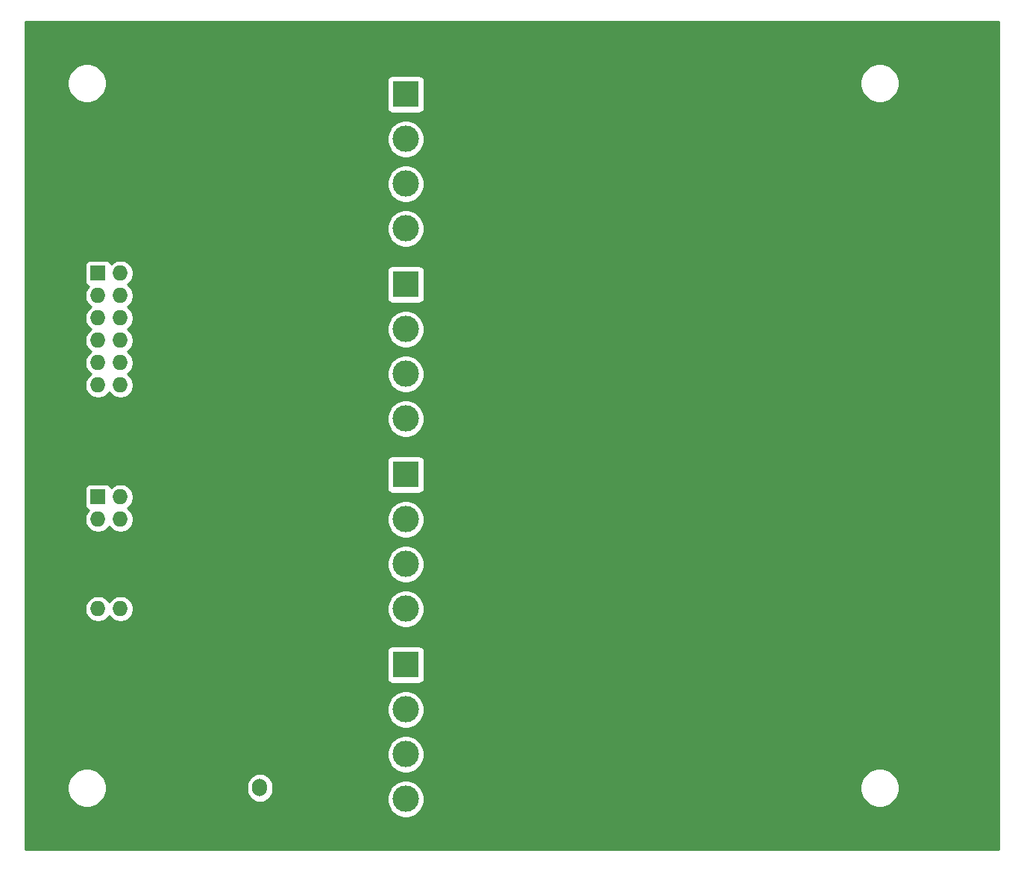
<source format=gbr>
G04 #@! TF.GenerationSoftware,KiCad,Pcbnew,(5.1.5)-3*
G04 #@! TF.CreationDate,2020-04-02T00:33:04+02:00*
G04 #@! TF.ProjectId,splitflap,73706c69-7466-46c6-9170-2e6b69636164,rev?*
G04 #@! TF.SameCoordinates,Original*
G04 #@! TF.FileFunction,Copper,L2,Bot*
G04 #@! TF.FilePolarity,Positive*
%FSLAX46Y46*%
G04 Gerber Fmt 4.6, Leading zero omitted, Abs format (unit mm)*
G04 Created by KiCad (PCBNEW (5.1.5)-3) date 2020-04-02 00:33:04*
%MOMM*%
%LPD*%
G04 APERTURE LIST*
%ADD10O,1.700000X2.000000*%
%ADD11C,0.100000*%
%ADD12C,3.000000*%
%ADD13R,3.000000X3.000000*%
%ADD14R,1.727200X1.727200*%
%ADD15O,1.727200X1.727200*%
%ADD16C,0.254000*%
G04 APERTURE END LIST*
D10*
X174585000Y-113030000D03*
G04 #@! TA.AperFunction,ComponentPad*
D11*
G36*
X172709504Y-112031204D02*
G01*
X172733773Y-112034804D01*
X172757571Y-112040765D01*
X172780671Y-112049030D01*
X172802849Y-112059520D01*
X172823893Y-112072133D01*
X172843598Y-112086747D01*
X172861777Y-112103223D01*
X172878253Y-112121402D01*
X172892867Y-112141107D01*
X172905480Y-112162151D01*
X172915970Y-112184329D01*
X172924235Y-112207429D01*
X172930196Y-112231227D01*
X172933796Y-112255496D01*
X172935000Y-112280000D01*
X172935000Y-113780000D01*
X172933796Y-113804504D01*
X172930196Y-113828773D01*
X172924235Y-113852571D01*
X172915970Y-113875671D01*
X172905480Y-113897849D01*
X172892867Y-113918893D01*
X172878253Y-113938598D01*
X172861777Y-113956777D01*
X172843598Y-113973253D01*
X172823893Y-113987867D01*
X172802849Y-114000480D01*
X172780671Y-114010970D01*
X172757571Y-114019235D01*
X172733773Y-114025196D01*
X172709504Y-114028796D01*
X172685000Y-114030000D01*
X171485000Y-114030000D01*
X171460496Y-114028796D01*
X171436227Y-114025196D01*
X171412429Y-114019235D01*
X171389329Y-114010970D01*
X171367151Y-114000480D01*
X171346107Y-113987867D01*
X171326402Y-113973253D01*
X171308223Y-113956777D01*
X171291747Y-113938598D01*
X171277133Y-113918893D01*
X171264520Y-113897849D01*
X171254030Y-113875671D01*
X171245765Y-113852571D01*
X171239804Y-113828773D01*
X171236204Y-113804504D01*
X171235000Y-113780000D01*
X171235000Y-112280000D01*
X171236204Y-112255496D01*
X171239804Y-112231227D01*
X171245765Y-112207429D01*
X171254030Y-112184329D01*
X171264520Y-112162151D01*
X171277133Y-112141107D01*
X171291747Y-112121402D01*
X171308223Y-112103223D01*
X171326402Y-112086747D01*
X171346107Y-112072133D01*
X171367151Y-112059520D01*
X171389329Y-112049030D01*
X171412429Y-112040765D01*
X171436227Y-112034804D01*
X171460496Y-112031204D01*
X171485000Y-112030000D01*
X172685000Y-112030000D01*
X172709504Y-112031204D01*
G37*
G04 #@! TD.AperFunction*
D12*
X191135000Y-49530000D03*
D13*
X191135000Y-34290000D03*
D12*
X191135000Y-44450000D03*
X191135000Y-39370000D03*
D14*
X156210000Y-80010000D03*
D15*
X158750000Y-80010000D03*
X156210000Y-82550000D03*
X158750000Y-82550000D03*
X156210000Y-85090000D03*
X158750000Y-85090000D03*
X156210000Y-87630000D03*
X158750000Y-87630000D03*
X156210000Y-90170000D03*
X158750000Y-90170000D03*
X156210000Y-92710000D03*
X158750000Y-92710000D03*
X158750000Y-67310000D03*
X156210000Y-67310000D03*
X158750000Y-64770000D03*
X156210000Y-64770000D03*
X158750000Y-62230000D03*
X156210000Y-62230000D03*
X158750000Y-59690000D03*
X156210000Y-59690000D03*
X158750000Y-57150000D03*
X156210000Y-57150000D03*
X158750000Y-54610000D03*
D14*
X156210000Y-54610000D03*
D12*
X191135000Y-114300000D03*
D13*
X191135000Y-99060000D03*
D12*
X191135000Y-109220000D03*
X191135000Y-104140000D03*
X191135000Y-92710000D03*
D13*
X191135000Y-77470000D03*
D12*
X191135000Y-87630000D03*
X191135000Y-82550000D03*
X191135000Y-71120000D03*
D13*
X191135000Y-55880000D03*
D12*
X191135000Y-66040000D03*
X191135000Y-60960000D03*
D16*
G36*
X258420001Y-39337572D02*
G01*
X258420000Y-39337582D01*
X258420001Y-119990000D01*
X147980000Y-119990000D01*
X147980000Y-112799872D01*
X152705000Y-112799872D01*
X152705000Y-113240128D01*
X152790890Y-113671925D01*
X152959369Y-114078669D01*
X153203962Y-114444729D01*
X153515271Y-114756038D01*
X153881331Y-115000631D01*
X154288075Y-115169110D01*
X154719872Y-115255000D01*
X155160128Y-115255000D01*
X155591925Y-115169110D01*
X155998669Y-115000631D01*
X156364729Y-114756038D01*
X156676038Y-114444729D01*
X156920631Y-114078669D01*
X157089110Y-113671925D01*
X157175000Y-113240128D01*
X157175000Y-112807051D01*
X173100000Y-112807051D01*
X173100000Y-113252950D01*
X173121487Y-113471111D01*
X173206401Y-113751034D01*
X173344294Y-114009014D01*
X173529866Y-114235134D01*
X173755987Y-114420706D01*
X174013967Y-114558599D01*
X174293890Y-114643513D01*
X174585000Y-114672185D01*
X174876111Y-114643513D01*
X175156034Y-114558599D01*
X175414014Y-114420706D01*
X175640134Y-114235134D01*
X175759471Y-114089721D01*
X189000000Y-114089721D01*
X189000000Y-114510279D01*
X189082047Y-114922756D01*
X189242988Y-115311302D01*
X189476637Y-115660983D01*
X189774017Y-115958363D01*
X190123698Y-116192012D01*
X190512244Y-116352953D01*
X190924721Y-116435000D01*
X191345279Y-116435000D01*
X191757756Y-116352953D01*
X192146302Y-116192012D01*
X192495983Y-115958363D01*
X192793363Y-115660983D01*
X193027012Y-115311302D01*
X193187953Y-114922756D01*
X193270000Y-114510279D01*
X193270000Y-114089721D01*
X193187953Y-113677244D01*
X193027012Y-113288698D01*
X192793363Y-112939017D01*
X192654218Y-112799872D01*
X242705000Y-112799872D01*
X242705000Y-113240128D01*
X242790890Y-113671925D01*
X242959369Y-114078669D01*
X243203962Y-114444729D01*
X243515271Y-114756038D01*
X243881331Y-115000631D01*
X244288075Y-115169110D01*
X244719872Y-115255000D01*
X245160128Y-115255000D01*
X245591925Y-115169110D01*
X245998669Y-115000631D01*
X246364729Y-114756038D01*
X246676038Y-114444729D01*
X246920631Y-114078669D01*
X247089110Y-113671925D01*
X247175000Y-113240128D01*
X247175000Y-112799872D01*
X247089110Y-112368075D01*
X246920631Y-111961331D01*
X246676038Y-111595271D01*
X246364729Y-111283962D01*
X245998669Y-111039369D01*
X245591925Y-110870890D01*
X245160128Y-110785000D01*
X244719872Y-110785000D01*
X244288075Y-110870890D01*
X243881331Y-111039369D01*
X243515271Y-111283962D01*
X243203962Y-111595271D01*
X242959369Y-111961331D01*
X242790890Y-112368075D01*
X242705000Y-112799872D01*
X192654218Y-112799872D01*
X192495983Y-112641637D01*
X192146302Y-112407988D01*
X191757756Y-112247047D01*
X191345279Y-112165000D01*
X190924721Y-112165000D01*
X190512244Y-112247047D01*
X190123698Y-112407988D01*
X189774017Y-112641637D01*
X189476637Y-112939017D01*
X189242988Y-113288698D01*
X189082047Y-113677244D01*
X189000000Y-114089721D01*
X175759471Y-114089721D01*
X175825706Y-114009014D01*
X175963599Y-113751033D01*
X176048513Y-113471110D01*
X176070000Y-113252949D01*
X176070000Y-112807050D01*
X176048513Y-112588889D01*
X175963599Y-112308966D01*
X175825706Y-112050986D01*
X175640134Y-111824866D01*
X175414013Y-111639294D01*
X175156033Y-111501401D01*
X174876110Y-111416487D01*
X174585000Y-111387815D01*
X174293889Y-111416487D01*
X174013966Y-111501401D01*
X173755986Y-111639294D01*
X173529866Y-111824866D01*
X173344294Y-112050987D01*
X173206401Y-112308967D01*
X173121487Y-112588890D01*
X173100000Y-112807051D01*
X157175000Y-112807051D01*
X157175000Y-112799872D01*
X157089110Y-112368075D01*
X156920631Y-111961331D01*
X156676038Y-111595271D01*
X156364729Y-111283962D01*
X155998669Y-111039369D01*
X155591925Y-110870890D01*
X155160128Y-110785000D01*
X154719872Y-110785000D01*
X154288075Y-110870890D01*
X153881331Y-111039369D01*
X153515271Y-111283962D01*
X153203962Y-111595271D01*
X152959369Y-111961331D01*
X152790890Y-112368075D01*
X152705000Y-112799872D01*
X147980000Y-112799872D01*
X147980000Y-109009721D01*
X189000000Y-109009721D01*
X189000000Y-109430279D01*
X189082047Y-109842756D01*
X189242988Y-110231302D01*
X189476637Y-110580983D01*
X189774017Y-110878363D01*
X190123698Y-111112012D01*
X190512244Y-111272953D01*
X190924721Y-111355000D01*
X191345279Y-111355000D01*
X191757756Y-111272953D01*
X192146302Y-111112012D01*
X192495983Y-110878363D01*
X192793363Y-110580983D01*
X193027012Y-110231302D01*
X193187953Y-109842756D01*
X193270000Y-109430279D01*
X193270000Y-109009721D01*
X193187953Y-108597244D01*
X193027012Y-108208698D01*
X192793363Y-107859017D01*
X192495983Y-107561637D01*
X192146302Y-107327988D01*
X191757756Y-107167047D01*
X191345279Y-107085000D01*
X190924721Y-107085000D01*
X190512244Y-107167047D01*
X190123698Y-107327988D01*
X189774017Y-107561637D01*
X189476637Y-107859017D01*
X189242988Y-108208698D01*
X189082047Y-108597244D01*
X189000000Y-109009721D01*
X147980000Y-109009721D01*
X147980000Y-103929721D01*
X189000000Y-103929721D01*
X189000000Y-104350279D01*
X189082047Y-104762756D01*
X189242988Y-105151302D01*
X189476637Y-105500983D01*
X189774017Y-105798363D01*
X190123698Y-106032012D01*
X190512244Y-106192953D01*
X190924721Y-106275000D01*
X191345279Y-106275000D01*
X191757756Y-106192953D01*
X192146302Y-106032012D01*
X192495983Y-105798363D01*
X192793363Y-105500983D01*
X193027012Y-105151302D01*
X193187953Y-104762756D01*
X193270000Y-104350279D01*
X193270000Y-103929721D01*
X193187953Y-103517244D01*
X193027012Y-103128698D01*
X192793363Y-102779017D01*
X192495983Y-102481637D01*
X192146302Y-102247988D01*
X191757756Y-102087047D01*
X191345279Y-102005000D01*
X190924721Y-102005000D01*
X190512244Y-102087047D01*
X190123698Y-102247988D01*
X189774017Y-102481637D01*
X189476637Y-102779017D01*
X189242988Y-103128698D01*
X189082047Y-103517244D01*
X189000000Y-103929721D01*
X147980000Y-103929721D01*
X147980000Y-97560000D01*
X188996928Y-97560000D01*
X188996928Y-100560000D01*
X189009188Y-100684482D01*
X189045498Y-100804180D01*
X189104463Y-100914494D01*
X189183815Y-101011185D01*
X189280506Y-101090537D01*
X189390820Y-101149502D01*
X189510518Y-101185812D01*
X189635000Y-101198072D01*
X192635000Y-101198072D01*
X192759482Y-101185812D01*
X192879180Y-101149502D01*
X192989494Y-101090537D01*
X193086185Y-101011185D01*
X193165537Y-100914494D01*
X193224502Y-100804180D01*
X193260812Y-100684482D01*
X193273072Y-100560000D01*
X193273072Y-97560000D01*
X193260812Y-97435518D01*
X193224502Y-97315820D01*
X193165537Y-97205506D01*
X193086185Y-97108815D01*
X192989494Y-97029463D01*
X192879180Y-96970498D01*
X192759482Y-96934188D01*
X192635000Y-96921928D01*
X189635000Y-96921928D01*
X189510518Y-96934188D01*
X189390820Y-96970498D01*
X189280506Y-97029463D01*
X189183815Y-97108815D01*
X189104463Y-97205506D01*
X189045498Y-97315820D01*
X189009188Y-97435518D01*
X188996928Y-97560000D01*
X147980000Y-97560000D01*
X147980000Y-92562401D01*
X154711400Y-92562401D01*
X154711400Y-92857599D01*
X154768990Y-93147125D01*
X154881958Y-93419853D01*
X155045961Y-93665302D01*
X155254698Y-93874039D01*
X155500147Y-94038042D01*
X155772875Y-94151010D01*
X156062401Y-94208600D01*
X156357599Y-94208600D01*
X156647125Y-94151010D01*
X156919853Y-94038042D01*
X157165302Y-93874039D01*
X157374039Y-93665302D01*
X157480000Y-93506719D01*
X157585961Y-93665302D01*
X157794698Y-93874039D01*
X158040147Y-94038042D01*
X158312875Y-94151010D01*
X158602401Y-94208600D01*
X158897599Y-94208600D01*
X159187125Y-94151010D01*
X159459853Y-94038042D01*
X159705302Y-93874039D01*
X159914039Y-93665302D01*
X160078042Y-93419853D01*
X160191010Y-93147125D01*
X160248600Y-92857599D01*
X160248600Y-92562401D01*
X160236133Y-92499721D01*
X189000000Y-92499721D01*
X189000000Y-92920279D01*
X189082047Y-93332756D01*
X189242988Y-93721302D01*
X189476637Y-94070983D01*
X189774017Y-94368363D01*
X190123698Y-94602012D01*
X190512244Y-94762953D01*
X190924721Y-94845000D01*
X191345279Y-94845000D01*
X191757756Y-94762953D01*
X192146302Y-94602012D01*
X192495983Y-94368363D01*
X192793363Y-94070983D01*
X193027012Y-93721302D01*
X193187953Y-93332756D01*
X193270000Y-92920279D01*
X193270000Y-92499721D01*
X193187953Y-92087244D01*
X193027012Y-91698698D01*
X192793363Y-91349017D01*
X192495983Y-91051637D01*
X192146302Y-90817988D01*
X191757756Y-90657047D01*
X191345279Y-90575000D01*
X190924721Y-90575000D01*
X190512244Y-90657047D01*
X190123698Y-90817988D01*
X189774017Y-91051637D01*
X189476637Y-91349017D01*
X189242988Y-91698698D01*
X189082047Y-92087244D01*
X189000000Y-92499721D01*
X160236133Y-92499721D01*
X160191010Y-92272875D01*
X160078042Y-92000147D01*
X159914039Y-91754698D01*
X159705302Y-91545961D01*
X159459853Y-91381958D01*
X159187125Y-91268990D01*
X158897599Y-91211400D01*
X158602401Y-91211400D01*
X158312875Y-91268990D01*
X158040147Y-91381958D01*
X157794698Y-91545961D01*
X157585961Y-91754698D01*
X157480000Y-91913281D01*
X157374039Y-91754698D01*
X157165302Y-91545961D01*
X156919853Y-91381958D01*
X156647125Y-91268990D01*
X156357599Y-91211400D01*
X156062401Y-91211400D01*
X155772875Y-91268990D01*
X155500147Y-91381958D01*
X155254698Y-91545961D01*
X155045961Y-91754698D01*
X154881958Y-92000147D01*
X154768990Y-92272875D01*
X154711400Y-92562401D01*
X147980000Y-92562401D01*
X147980000Y-87419721D01*
X189000000Y-87419721D01*
X189000000Y-87840279D01*
X189082047Y-88252756D01*
X189242988Y-88641302D01*
X189476637Y-88990983D01*
X189774017Y-89288363D01*
X190123698Y-89522012D01*
X190512244Y-89682953D01*
X190924721Y-89765000D01*
X191345279Y-89765000D01*
X191757756Y-89682953D01*
X192146302Y-89522012D01*
X192495983Y-89288363D01*
X192793363Y-88990983D01*
X193027012Y-88641302D01*
X193187953Y-88252756D01*
X193270000Y-87840279D01*
X193270000Y-87419721D01*
X193187953Y-87007244D01*
X193027012Y-86618698D01*
X192793363Y-86269017D01*
X192495983Y-85971637D01*
X192146302Y-85737988D01*
X191757756Y-85577047D01*
X191345279Y-85495000D01*
X190924721Y-85495000D01*
X190512244Y-85577047D01*
X190123698Y-85737988D01*
X189774017Y-85971637D01*
X189476637Y-86269017D01*
X189242988Y-86618698D01*
X189082047Y-87007244D01*
X189000000Y-87419721D01*
X147980000Y-87419721D01*
X147980000Y-79146400D01*
X154708328Y-79146400D01*
X154708328Y-80873600D01*
X154720588Y-80998082D01*
X154756898Y-81117780D01*
X154815863Y-81228094D01*
X154895215Y-81324785D01*
X154991906Y-81404137D01*
X155102220Y-81463102D01*
X155160023Y-81480636D01*
X155045961Y-81594698D01*
X154881958Y-81840147D01*
X154768990Y-82112875D01*
X154711400Y-82402401D01*
X154711400Y-82697599D01*
X154768990Y-82987125D01*
X154881958Y-83259853D01*
X155045961Y-83505302D01*
X155254698Y-83714039D01*
X155500147Y-83878042D01*
X155772875Y-83991010D01*
X156062401Y-84048600D01*
X156357599Y-84048600D01*
X156647125Y-83991010D01*
X156919853Y-83878042D01*
X157165302Y-83714039D01*
X157374039Y-83505302D01*
X157480000Y-83346719D01*
X157585961Y-83505302D01*
X157794698Y-83714039D01*
X158040147Y-83878042D01*
X158312875Y-83991010D01*
X158602401Y-84048600D01*
X158897599Y-84048600D01*
X159187125Y-83991010D01*
X159459853Y-83878042D01*
X159705302Y-83714039D01*
X159914039Y-83505302D01*
X160078042Y-83259853D01*
X160191010Y-82987125D01*
X160248600Y-82697599D01*
X160248600Y-82402401D01*
X160236133Y-82339721D01*
X189000000Y-82339721D01*
X189000000Y-82760279D01*
X189082047Y-83172756D01*
X189242988Y-83561302D01*
X189476637Y-83910983D01*
X189774017Y-84208363D01*
X190123698Y-84442012D01*
X190512244Y-84602953D01*
X190924721Y-84685000D01*
X191345279Y-84685000D01*
X191757756Y-84602953D01*
X192146302Y-84442012D01*
X192495983Y-84208363D01*
X192793363Y-83910983D01*
X193027012Y-83561302D01*
X193187953Y-83172756D01*
X193270000Y-82760279D01*
X193270000Y-82339721D01*
X193187953Y-81927244D01*
X193027012Y-81538698D01*
X192793363Y-81189017D01*
X192495983Y-80891637D01*
X192146302Y-80657988D01*
X191757756Y-80497047D01*
X191345279Y-80415000D01*
X190924721Y-80415000D01*
X190512244Y-80497047D01*
X190123698Y-80657988D01*
X189774017Y-80891637D01*
X189476637Y-81189017D01*
X189242988Y-81538698D01*
X189082047Y-81927244D01*
X189000000Y-82339721D01*
X160236133Y-82339721D01*
X160191010Y-82112875D01*
X160078042Y-81840147D01*
X159914039Y-81594698D01*
X159705302Y-81385961D01*
X159546719Y-81280000D01*
X159705302Y-81174039D01*
X159914039Y-80965302D01*
X160078042Y-80719853D01*
X160191010Y-80447125D01*
X160248600Y-80157599D01*
X160248600Y-79862401D01*
X160191010Y-79572875D01*
X160078042Y-79300147D01*
X159914039Y-79054698D01*
X159705302Y-78845961D01*
X159459853Y-78681958D01*
X159187125Y-78568990D01*
X158897599Y-78511400D01*
X158602401Y-78511400D01*
X158312875Y-78568990D01*
X158040147Y-78681958D01*
X157794698Y-78845961D01*
X157680636Y-78960023D01*
X157663102Y-78902220D01*
X157604137Y-78791906D01*
X157524785Y-78695215D01*
X157428094Y-78615863D01*
X157317780Y-78556898D01*
X157198082Y-78520588D01*
X157073600Y-78508328D01*
X155346400Y-78508328D01*
X155221918Y-78520588D01*
X155102220Y-78556898D01*
X154991906Y-78615863D01*
X154895215Y-78695215D01*
X154815863Y-78791906D01*
X154756898Y-78902220D01*
X154720588Y-79021918D01*
X154708328Y-79146400D01*
X147980000Y-79146400D01*
X147980000Y-75970000D01*
X188996928Y-75970000D01*
X188996928Y-78970000D01*
X189009188Y-79094482D01*
X189045498Y-79214180D01*
X189104463Y-79324494D01*
X189183815Y-79421185D01*
X189280506Y-79500537D01*
X189390820Y-79559502D01*
X189510518Y-79595812D01*
X189635000Y-79608072D01*
X192635000Y-79608072D01*
X192759482Y-79595812D01*
X192879180Y-79559502D01*
X192989494Y-79500537D01*
X193086185Y-79421185D01*
X193165537Y-79324494D01*
X193224502Y-79214180D01*
X193260812Y-79094482D01*
X193273072Y-78970000D01*
X193273072Y-75970000D01*
X193260812Y-75845518D01*
X193224502Y-75725820D01*
X193165537Y-75615506D01*
X193086185Y-75518815D01*
X192989494Y-75439463D01*
X192879180Y-75380498D01*
X192759482Y-75344188D01*
X192635000Y-75331928D01*
X189635000Y-75331928D01*
X189510518Y-75344188D01*
X189390820Y-75380498D01*
X189280506Y-75439463D01*
X189183815Y-75518815D01*
X189104463Y-75615506D01*
X189045498Y-75725820D01*
X189009188Y-75845518D01*
X188996928Y-75970000D01*
X147980000Y-75970000D01*
X147980000Y-70909721D01*
X189000000Y-70909721D01*
X189000000Y-71330279D01*
X189082047Y-71742756D01*
X189242988Y-72131302D01*
X189476637Y-72480983D01*
X189774017Y-72778363D01*
X190123698Y-73012012D01*
X190512244Y-73172953D01*
X190924721Y-73255000D01*
X191345279Y-73255000D01*
X191757756Y-73172953D01*
X192146302Y-73012012D01*
X192495983Y-72778363D01*
X192793363Y-72480983D01*
X193027012Y-72131302D01*
X193187953Y-71742756D01*
X193270000Y-71330279D01*
X193270000Y-70909721D01*
X193187953Y-70497244D01*
X193027012Y-70108698D01*
X192793363Y-69759017D01*
X192495983Y-69461637D01*
X192146302Y-69227988D01*
X191757756Y-69067047D01*
X191345279Y-68985000D01*
X190924721Y-68985000D01*
X190512244Y-69067047D01*
X190123698Y-69227988D01*
X189774017Y-69461637D01*
X189476637Y-69759017D01*
X189242988Y-70108698D01*
X189082047Y-70497244D01*
X189000000Y-70909721D01*
X147980000Y-70909721D01*
X147980000Y-53746400D01*
X154708328Y-53746400D01*
X154708328Y-55473600D01*
X154720588Y-55598082D01*
X154756898Y-55717780D01*
X154815863Y-55828094D01*
X154895215Y-55924785D01*
X154991906Y-56004137D01*
X155102220Y-56063102D01*
X155160023Y-56080636D01*
X155045961Y-56194698D01*
X154881958Y-56440147D01*
X154768990Y-56712875D01*
X154711400Y-57002401D01*
X154711400Y-57297599D01*
X154768990Y-57587125D01*
X154881958Y-57859853D01*
X155045961Y-58105302D01*
X155254698Y-58314039D01*
X155413281Y-58420000D01*
X155254698Y-58525961D01*
X155045961Y-58734698D01*
X154881958Y-58980147D01*
X154768990Y-59252875D01*
X154711400Y-59542401D01*
X154711400Y-59837599D01*
X154768990Y-60127125D01*
X154881958Y-60399853D01*
X155045961Y-60645302D01*
X155254698Y-60854039D01*
X155413281Y-60960000D01*
X155254698Y-61065961D01*
X155045961Y-61274698D01*
X154881958Y-61520147D01*
X154768990Y-61792875D01*
X154711400Y-62082401D01*
X154711400Y-62377599D01*
X154768990Y-62667125D01*
X154881958Y-62939853D01*
X155045961Y-63185302D01*
X155254698Y-63394039D01*
X155413281Y-63500000D01*
X155254698Y-63605961D01*
X155045961Y-63814698D01*
X154881958Y-64060147D01*
X154768990Y-64332875D01*
X154711400Y-64622401D01*
X154711400Y-64917599D01*
X154768990Y-65207125D01*
X154881958Y-65479853D01*
X155045961Y-65725302D01*
X155254698Y-65934039D01*
X155413281Y-66040000D01*
X155254698Y-66145961D01*
X155045961Y-66354698D01*
X154881958Y-66600147D01*
X154768990Y-66872875D01*
X154711400Y-67162401D01*
X154711400Y-67457599D01*
X154768990Y-67747125D01*
X154881958Y-68019853D01*
X155045961Y-68265302D01*
X155254698Y-68474039D01*
X155500147Y-68638042D01*
X155772875Y-68751010D01*
X156062401Y-68808600D01*
X156357599Y-68808600D01*
X156647125Y-68751010D01*
X156919853Y-68638042D01*
X157165302Y-68474039D01*
X157374039Y-68265302D01*
X157480000Y-68106719D01*
X157585961Y-68265302D01*
X157794698Y-68474039D01*
X158040147Y-68638042D01*
X158312875Y-68751010D01*
X158602401Y-68808600D01*
X158897599Y-68808600D01*
X159187125Y-68751010D01*
X159459853Y-68638042D01*
X159705302Y-68474039D01*
X159914039Y-68265302D01*
X160078042Y-68019853D01*
X160191010Y-67747125D01*
X160248600Y-67457599D01*
X160248600Y-67162401D01*
X160191010Y-66872875D01*
X160078042Y-66600147D01*
X159914039Y-66354698D01*
X159705302Y-66145961D01*
X159546719Y-66040000D01*
X159705302Y-65934039D01*
X159809620Y-65829721D01*
X189000000Y-65829721D01*
X189000000Y-66250279D01*
X189082047Y-66662756D01*
X189242988Y-67051302D01*
X189476637Y-67400983D01*
X189774017Y-67698363D01*
X190123698Y-67932012D01*
X190512244Y-68092953D01*
X190924721Y-68175000D01*
X191345279Y-68175000D01*
X191757756Y-68092953D01*
X192146302Y-67932012D01*
X192495983Y-67698363D01*
X192793363Y-67400983D01*
X193027012Y-67051302D01*
X193187953Y-66662756D01*
X193270000Y-66250279D01*
X193270000Y-65829721D01*
X193187953Y-65417244D01*
X193027012Y-65028698D01*
X192793363Y-64679017D01*
X192495983Y-64381637D01*
X192146302Y-64147988D01*
X191757756Y-63987047D01*
X191345279Y-63905000D01*
X190924721Y-63905000D01*
X190512244Y-63987047D01*
X190123698Y-64147988D01*
X189774017Y-64381637D01*
X189476637Y-64679017D01*
X189242988Y-65028698D01*
X189082047Y-65417244D01*
X189000000Y-65829721D01*
X159809620Y-65829721D01*
X159914039Y-65725302D01*
X160078042Y-65479853D01*
X160191010Y-65207125D01*
X160248600Y-64917599D01*
X160248600Y-64622401D01*
X160191010Y-64332875D01*
X160078042Y-64060147D01*
X159914039Y-63814698D01*
X159705302Y-63605961D01*
X159546719Y-63500000D01*
X159705302Y-63394039D01*
X159914039Y-63185302D01*
X160078042Y-62939853D01*
X160191010Y-62667125D01*
X160248600Y-62377599D01*
X160248600Y-62082401D01*
X160191010Y-61792875D01*
X160078042Y-61520147D01*
X159914039Y-61274698D01*
X159705302Y-61065961D01*
X159546719Y-60960000D01*
X159705302Y-60854039D01*
X159809620Y-60749721D01*
X189000000Y-60749721D01*
X189000000Y-61170279D01*
X189082047Y-61582756D01*
X189242988Y-61971302D01*
X189476637Y-62320983D01*
X189774017Y-62618363D01*
X190123698Y-62852012D01*
X190512244Y-63012953D01*
X190924721Y-63095000D01*
X191345279Y-63095000D01*
X191757756Y-63012953D01*
X192146302Y-62852012D01*
X192495983Y-62618363D01*
X192793363Y-62320983D01*
X193027012Y-61971302D01*
X193187953Y-61582756D01*
X193270000Y-61170279D01*
X193270000Y-60749721D01*
X193187953Y-60337244D01*
X193027012Y-59948698D01*
X192793363Y-59599017D01*
X192495983Y-59301637D01*
X192146302Y-59067988D01*
X191757756Y-58907047D01*
X191345279Y-58825000D01*
X190924721Y-58825000D01*
X190512244Y-58907047D01*
X190123698Y-59067988D01*
X189774017Y-59301637D01*
X189476637Y-59599017D01*
X189242988Y-59948698D01*
X189082047Y-60337244D01*
X189000000Y-60749721D01*
X159809620Y-60749721D01*
X159914039Y-60645302D01*
X160078042Y-60399853D01*
X160191010Y-60127125D01*
X160248600Y-59837599D01*
X160248600Y-59542401D01*
X160191010Y-59252875D01*
X160078042Y-58980147D01*
X159914039Y-58734698D01*
X159705302Y-58525961D01*
X159546719Y-58420000D01*
X159705302Y-58314039D01*
X159914039Y-58105302D01*
X160078042Y-57859853D01*
X160191010Y-57587125D01*
X160248600Y-57297599D01*
X160248600Y-57002401D01*
X160191010Y-56712875D01*
X160078042Y-56440147D01*
X159914039Y-56194698D01*
X159705302Y-55985961D01*
X159546719Y-55880000D01*
X159705302Y-55774039D01*
X159914039Y-55565302D01*
X160078042Y-55319853D01*
X160191010Y-55047125D01*
X160248600Y-54757599D01*
X160248600Y-54462401D01*
X160232210Y-54380000D01*
X188996928Y-54380000D01*
X188996928Y-57380000D01*
X189009188Y-57504482D01*
X189045498Y-57624180D01*
X189104463Y-57734494D01*
X189183815Y-57831185D01*
X189280506Y-57910537D01*
X189390820Y-57969502D01*
X189510518Y-58005812D01*
X189635000Y-58018072D01*
X192635000Y-58018072D01*
X192759482Y-58005812D01*
X192879180Y-57969502D01*
X192989494Y-57910537D01*
X193086185Y-57831185D01*
X193165537Y-57734494D01*
X193224502Y-57624180D01*
X193260812Y-57504482D01*
X193273072Y-57380000D01*
X193273072Y-54380000D01*
X193260812Y-54255518D01*
X193224502Y-54135820D01*
X193165537Y-54025506D01*
X193086185Y-53928815D01*
X192989494Y-53849463D01*
X192879180Y-53790498D01*
X192759482Y-53754188D01*
X192635000Y-53741928D01*
X189635000Y-53741928D01*
X189510518Y-53754188D01*
X189390820Y-53790498D01*
X189280506Y-53849463D01*
X189183815Y-53928815D01*
X189104463Y-54025506D01*
X189045498Y-54135820D01*
X189009188Y-54255518D01*
X188996928Y-54380000D01*
X160232210Y-54380000D01*
X160191010Y-54172875D01*
X160078042Y-53900147D01*
X159914039Y-53654698D01*
X159705302Y-53445961D01*
X159459853Y-53281958D01*
X159187125Y-53168990D01*
X158897599Y-53111400D01*
X158602401Y-53111400D01*
X158312875Y-53168990D01*
X158040147Y-53281958D01*
X157794698Y-53445961D01*
X157680636Y-53560023D01*
X157663102Y-53502220D01*
X157604137Y-53391906D01*
X157524785Y-53295215D01*
X157428094Y-53215863D01*
X157317780Y-53156898D01*
X157198082Y-53120588D01*
X157073600Y-53108328D01*
X155346400Y-53108328D01*
X155221918Y-53120588D01*
X155102220Y-53156898D01*
X154991906Y-53215863D01*
X154895215Y-53295215D01*
X154815863Y-53391906D01*
X154756898Y-53502220D01*
X154720588Y-53621918D01*
X154708328Y-53746400D01*
X147980000Y-53746400D01*
X147980000Y-49319721D01*
X189000000Y-49319721D01*
X189000000Y-49740279D01*
X189082047Y-50152756D01*
X189242988Y-50541302D01*
X189476637Y-50890983D01*
X189774017Y-51188363D01*
X190123698Y-51422012D01*
X190512244Y-51582953D01*
X190924721Y-51665000D01*
X191345279Y-51665000D01*
X191757756Y-51582953D01*
X192146302Y-51422012D01*
X192495983Y-51188363D01*
X192793363Y-50890983D01*
X193027012Y-50541302D01*
X193187953Y-50152756D01*
X193270000Y-49740279D01*
X193270000Y-49319721D01*
X193187953Y-48907244D01*
X193027012Y-48518698D01*
X192793363Y-48169017D01*
X192495983Y-47871637D01*
X192146302Y-47637988D01*
X191757756Y-47477047D01*
X191345279Y-47395000D01*
X190924721Y-47395000D01*
X190512244Y-47477047D01*
X190123698Y-47637988D01*
X189774017Y-47871637D01*
X189476637Y-48169017D01*
X189242988Y-48518698D01*
X189082047Y-48907244D01*
X189000000Y-49319721D01*
X147980000Y-49319721D01*
X147980000Y-44239721D01*
X189000000Y-44239721D01*
X189000000Y-44660279D01*
X189082047Y-45072756D01*
X189242988Y-45461302D01*
X189476637Y-45810983D01*
X189774017Y-46108363D01*
X190123698Y-46342012D01*
X190512244Y-46502953D01*
X190924721Y-46585000D01*
X191345279Y-46585000D01*
X191757756Y-46502953D01*
X192146302Y-46342012D01*
X192495983Y-46108363D01*
X192793363Y-45810983D01*
X193027012Y-45461302D01*
X193187953Y-45072756D01*
X193270000Y-44660279D01*
X193270000Y-44239721D01*
X193187953Y-43827244D01*
X193027012Y-43438698D01*
X192793363Y-43089017D01*
X192495983Y-42791637D01*
X192146302Y-42557988D01*
X191757756Y-42397047D01*
X191345279Y-42315000D01*
X190924721Y-42315000D01*
X190512244Y-42397047D01*
X190123698Y-42557988D01*
X189774017Y-42791637D01*
X189476637Y-43089017D01*
X189242988Y-43438698D01*
X189082047Y-43827244D01*
X189000000Y-44239721D01*
X147980000Y-44239721D01*
X147980000Y-39159721D01*
X189000000Y-39159721D01*
X189000000Y-39580279D01*
X189082047Y-39992756D01*
X189242988Y-40381302D01*
X189476637Y-40730983D01*
X189774017Y-41028363D01*
X190123698Y-41262012D01*
X190512244Y-41422953D01*
X190924721Y-41505000D01*
X191345279Y-41505000D01*
X191757756Y-41422953D01*
X192146302Y-41262012D01*
X192495983Y-41028363D01*
X192793363Y-40730983D01*
X193027012Y-40381302D01*
X193187953Y-39992756D01*
X193270000Y-39580279D01*
X193270000Y-39159721D01*
X193187953Y-38747244D01*
X193027012Y-38358698D01*
X192793363Y-38009017D01*
X192495983Y-37711637D01*
X192146302Y-37477988D01*
X191757756Y-37317047D01*
X191345279Y-37235000D01*
X190924721Y-37235000D01*
X190512244Y-37317047D01*
X190123698Y-37477988D01*
X189774017Y-37711637D01*
X189476637Y-38009017D01*
X189242988Y-38358698D01*
X189082047Y-38747244D01*
X189000000Y-39159721D01*
X147980000Y-39159721D01*
X147980000Y-32799872D01*
X152705000Y-32799872D01*
X152705000Y-33240128D01*
X152790890Y-33671925D01*
X152959369Y-34078669D01*
X153203962Y-34444729D01*
X153515271Y-34756038D01*
X153881331Y-35000631D01*
X154288075Y-35169110D01*
X154719872Y-35255000D01*
X155160128Y-35255000D01*
X155591925Y-35169110D01*
X155998669Y-35000631D01*
X156364729Y-34756038D01*
X156676038Y-34444729D01*
X156920631Y-34078669D01*
X157089110Y-33671925D01*
X157175000Y-33240128D01*
X157175000Y-32799872D01*
X157173037Y-32790000D01*
X188996928Y-32790000D01*
X188996928Y-35790000D01*
X189009188Y-35914482D01*
X189045498Y-36034180D01*
X189104463Y-36144494D01*
X189183815Y-36241185D01*
X189280506Y-36320537D01*
X189390820Y-36379502D01*
X189510518Y-36415812D01*
X189635000Y-36428072D01*
X192635000Y-36428072D01*
X192759482Y-36415812D01*
X192879180Y-36379502D01*
X192989494Y-36320537D01*
X193086185Y-36241185D01*
X193165537Y-36144494D01*
X193224502Y-36034180D01*
X193260812Y-35914482D01*
X193273072Y-35790000D01*
X193273072Y-32799872D01*
X242705000Y-32799872D01*
X242705000Y-33240128D01*
X242790890Y-33671925D01*
X242959369Y-34078669D01*
X243203962Y-34444729D01*
X243515271Y-34756038D01*
X243881331Y-35000631D01*
X244288075Y-35169110D01*
X244719872Y-35255000D01*
X245160128Y-35255000D01*
X245591925Y-35169110D01*
X245998669Y-35000631D01*
X246364729Y-34756038D01*
X246676038Y-34444729D01*
X246920631Y-34078669D01*
X247089110Y-33671925D01*
X247175000Y-33240128D01*
X247175000Y-32799872D01*
X247089110Y-32368075D01*
X246920631Y-31961331D01*
X246676038Y-31595271D01*
X246364729Y-31283962D01*
X245998669Y-31039369D01*
X245591925Y-30870890D01*
X245160128Y-30785000D01*
X244719872Y-30785000D01*
X244288075Y-30870890D01*
X243881331Y-31039369D01*
X243515271Y-31283962D01*
X243203962Y-31595271D01*
X242959369Y-31961331D01*
X242790890Y-32368075D01*
X242705000Y-32799872D01*
X193273072Y-32799872D01*
X193273072Y-32790000D01*
X193260812Y-32665518D01*
X193224502Y-32545820D01*
X193165537Y-32435506D01*
X193086185Y-32338815D01*
X192989494Y-32259463D01*
X192879180Y-32200498D01*
X192759482Y-32164188D01*
X192635000Y-32151928D01*
X189635000Y-32151928D01*
X189510518Y-32164188D01*
X189390820Y-32200498D01*
X189280506Y-32259463D01*
X189183815Y-32338815D01*
X189104463Y-32435506D01*
X189045498Y-32545820D01*
X189009188Y-32665518D01*
X188996928Y-32790000D01*
X157173037Y-32790000D01*
X157089110Y-32368075D01*
X156920631Y-31961331D01*
X156676038Y-31595271D01*
X156364729Y-31283962D01*
X155998669Y-31039369D01*
X155591925Y-30870890D01*
X155160128Y-30785000D01*
X154719872Y-30785000D01*
X154288075Y-30870890D01*
X153881331Y-31039369D01*
X153515271Y-31283962D01*
X153203962Y-31595271D01*
X152959369Y-31961331D01*
X152790890Y-32368075D01*
X152705000Y-32799872D01*
X147980000Y-32799872D01*
X147980000Y-26060000D01*
X258420000Y-26060000D01*
X258420001Y-39337572D01*
G37*
X258420001Y-39337572D02*
X258420000Y-39337582D01*
X258420001Y-119990000D01*
X147980000Y-119990000D01*
X147980000Y-112799872D01*
X152705000Y-112799872D01*
X152705000Y-113240128D01*
X152790890Y-113671925D01*
X152959369Y-114078669D01*
X153203962Y-114444729D01*
X153515271Y-114756038D01*
X153881331Y-115000631D01*
X154288075Y-115169110D01*
X154719872Y-115255000D01*
X155160128Y-115255000D01*
X155591925Y-115169110D01*
X155998669Y-115000631D01*
X156364729Y-114756038D01*
X156676038Y-114444729D01*
X156920631Y-114078669D01*
X157089110Y-113671925D01*
X157175000Y-113240128D01*
X157175000Y-112807051D01*
X173100000Y-112807051D01*
X173100000Y-113252950D01*
X173121487Y-113471111D01*
X173206401Y-113751034D01*
X173344294Y-114009014D01*
X173529866Y-114235134D01*
X173755987Y-114420706D01*
X174013967Y-114558599D01*
X174293890Y-114643513D01*
X174585000Y-114672185D01*
X174876111Y-114643513D01*
X175156034Y-114558599D01*
X175414014Y-114420706D01*
X175640134Y-114235134D01*
X175759471Y-114089721D01*
X189000000Y-114089721D01*
X189000000Y-114510279D01*
X189082047Y-114922756D01*
X189242988Y-115311302D01*
X189476637Y-115660983D01*
X189774017Y-115958363D01*
X190123698Y-116192012D01*
X190512244Y-116352953D01*
X190924721Y-116435000D01*
X191345279Y-116435000D01*
X191757756Y-116352953D01*
X192146302Y-116192012D01*
X192495983Y-115958363D01*
X192793363Y-115660983D01*
X193027012Y-115311302D01*
X193187953Y-114922756D01*
X193270000Y-114510279D01*
X193270000Y-114089721D01*
X193187953Y-113677244D01*
X193027012Y-113288698D01*
X192793363Y-112939017D01*
X192654218Y-112799872D01*
X242705000Y-112799872D01*
X242705000Y-113240128D01*
X242790890Y-113671925D01*
X242959369Y-114078669D01*
X243203962Y-114444729D01*
X243515271Y-114756038D01*
X243881331Y-115000631D01*
X244288075Y-115169110D01*
X244719872Y-115255000D01*
X245160128Y-115255000D01*
X245591925Y-115169110D01*
X245998669Y-115000631D01*
X246364729Y-114756038D01*
X246676038Y-114444729D01*
X246920631Y-114078669D01*
X247089110Y-113671925D01*
X247175000Y-113240128D01*
X247175000Y-112799872D01*
X247089110Y-112368075D01*
X246920631Y-111961331D01*
X246676038Y-111595271D01*
X246364729Y-111283962D01*
X245998669Y-111039369D01*
X245591925Y-110870890D01*
X245160128Y-110785000D01*
X244719872Y-110785000D01*
X244288075Y-110870890D01*
X243881331Y-111039369D01*
X243515271Y-111283962D01*
X243203962Y-111595271D01*
X242959369Y-111961331D01*
X242790890Y-112368075D01*
X242705000Y-112799872D01*
X192654218Y-112799872D01*
X192495983Y-112641637D01*
X192146302Y-112407988D01*
X191757756Y-112247047D01*
X191345279Y-112165000D01*
X190924721Y-112165000D01*
X190512244Y-112247047D01*
X190123698Y-112407988D01*
X189774017Y-112641637D01*
X189476637Y-112939017D01*
X189242988Y-113288698D01*
X189082047Y-113677244D01*
X189000000Y-114089721D01*
X175759471Y-114089721D01*
X175825706Y-114009014D01*
X175963599Y-113751033D01*
X176048513Y-113471110D01*
X176070000Y-113252949D01*
X176070000Y-112807050D01*
X176048513Y-112588889D01*
X175963599Y-112308966D01*
X175825706Y-112050986D01*
X175640134Y-111824866D01*
X175414013Y-111639294D01*
X175156033Y-111501401D01*
X174876110Y-111416487D01*
X174585000Y-111387815D01*
X174293889Y-111416487D01*
X174013966Y-111501401D01*
X173755986Y-111639294D01*
X173529866Y-111824866D01*
X173344294Y-112050987D01*
X173206401Y-112308967D01*
X173121487Y-112588890D01*
X173100000Y-112807051D01*
X157175000Y-112807051D01*
X157175000Y-112799872D01*
X157089110Y-112368075D01*
X156920631Y-111961331D01*
X156676038Y-111595271D01*
X156364729Y-111283962D01*
X155998669Y-111039369D01*
X155591925Y-110870890D01*
X155160128Y-110785000D01*
X154719872Y-110785000D01*
X154288075Y-110870890D01*
X153881331Y-111039369D01*
X153515271Y-111283962D01*
X153203962Y-111595271D01*
X152959369Y-111961331D01*
X152790890Y-112368075D01*
X152705000Y-112799872D01*
X147980000Y-112799872D01*
X147980000Y-109009721D01*
X189000000Y-109009721D01*
X189000000Y-109430279D01*
X189082047Y-109842756D01*
X189242988Y-110231302D01*
X189476637Y-110580983D01*
X189774017Y-110878363D01*
X190123698Y-111112012D01*
X190512244Y-111272953D01*
X190924721Y-111355000D01*
X191345279Y-111355000D01*
X191757756Y-111272953D01*
X192146302Y-111112012D01*
X192495983Y-110878363D01*
X192793363Y-110580983D01*
X193027012Y-110231302D01*
X193187953Y-109842756D01*
X193270000Y-109430279D01*
X193270000Y-109009721D01*
X193187953Y-108597244D01*
X193027012Y-108208698D01*
X192793363Y-107859017D01*
X192495983Y-107561637D01*
X192146302Y-107327988D01*
X191757756Y-107167047D01*
X191345279Y-107085000D01*
X190924721Y-107085000D01*
X190512244Y-107167047D01*
X190123698Y-107327988D01*
X189774017Y-107561637D01*
X189476637Y-107859017D01*
X189242988Y-108208698D01*
X189082047Y-108597244D01*
X189000000Y-109009721D01*
X147980000Y-109009721D01*
X147980000Y-103929721D01*
X189000000Y-103929721D01*
X189000000Y-104350279D01*
X189082047Y-104762756D01*
X189242988Y-105151302D01*
X189476637Y-105500983D01*
X189774017Y-105798363D01*
X190123698Y-106032012D01*
X190512244Y-106192953D01*
X190924721Y-106275000D01*
X191345279Y-106275000D01*
X191757756Y-106192953D01*
X192146302Y-106032012D01*
X192495983Y-105798363D01*
X192793363Y-105500983D01*
X193027012Y-105151302D01*
X193187953Y-104762756D01*
X193270000Y-104350279D01*
X193270000Y-103929721D01*
X193187953Y-103517244D01*
X193027012Y-103128698D01*
X192793363Y-102779017D01*
X192495983Y-102481637D01*
X192146302Y-102247988D01*
X191757756Y-102087047D01*
X191345279Y-102005000D01*
X190924721Y-102005000D01*
X190512244Y-102087047D01*
X190123698Y-102247988D01*
X189774017Y-102481637D01*
X189476637Y-102779017D01*
X189242988Y-103128698D01*
X189082047Y-103517244D01*
X189000000Y-103929721D01*
X147980000Y-103929721D01*
X147980000Y-97560000D01*
X188996928Y-97560000D01*
X188996928Y-100560000D01*
X189009188Y-100684482D01*
X189045498Y-100804180D01*
X189104463Y-100914494D01*
X189183815Y-101011185D01*
X189280506Y-101090537D01*
X189390820Y-101149502D01*
X189510518Y-101185812D01*
X189635000Y-101198072D01*
X192635000Y-101198072D01*
X192759482Y-101185812D01*
X192879180Y-101149502D01*
X192989494Y-101090537D01*
X193086185Y-101011185D01*
X193165537Y-100914494D01*
X193224502Y-100804180D01*
X193260812Y-100684482D01*
X193273072Y-100560000D01*
X193273072Y-97560000D01*
X193260812Y-97435518D01*
X193224502Y-97315820D01*
X193165537Y-97205506D01*
X193086185Y-97108815D01*
X192989494Y-97029463D01*
X192879180Y-96970498D01*
X192759482Y-96934188D01*
X192635000Y-96921928D01*
X189635000Y-96921928D01*
X189510518Y-96934188D01*
X189390820Y-96970498D01*
X189280506Y-97029463D01*
X189183815Y-97108815D01*
X189104463Y-97205506D01*
X189045498Y-97315820D01*
X189009188Y-97435518D01*
X188996928Y-97560000D01*
X147980000Y-97560000D01*
X147980000Y-92562401D01*
X154711400Y-92562401D01*
X154711400Y-92857599D01*
X154768990Y-93147125D01*
X154881958Y-93419853D01*
X155045961Y-93665302D01*
X155254698Y-93874039D01*
X155500147Y-94038042D01*
X155772875Y-94151010D01*
X156062401Y-94208600D01*
X156357599Y-94208600D01*
X156647125Y-94151010D01*
X156919853Y-94038042D01*
X157165302Y-93874039D01*
X157374039Y-93665302D01*
X157480000Y-93506719D01*
X157585961Y-93665302D01*
X157794698Y-93874039D01*
X158040147Y-94038042D01*
X158312875Y-94151010D01*
X158602401Y-94208600D01*
X158897599Y-94208600D01*
X159187125Y-94151010D01*
X159459853Y-94038042D01*
X159705302Y-93874039D01*
X159914039Y-93665302D01*
X160078042Y-93419853D01*
X160191010Y-93147125D01*
X160248600Y-92857599D01*
X160248600Y-92562401D01*
X160236133Y-92499721D01*
X189000000Y-92499721D01*
X189000000Y-92920279D01*
X189082047Y-93332756D01*
X189242988Y-93721302D01*
X189476637Y-94070983D01*
X189774017Y-94368363D01*
X190123698Y-94602012D01*
X190512244Y-94762953D01*
X190924721Y-94845000D01*
X191345279Y-94845000D01*
X191757756Y-94762953D01*
X192146302Y-94602012D01*
X192495983Y-94368363D01*
X192793363Y-94070983D01*
X193027012Y-93721302D01*
X193187953Y-93332756D01*
X193270000Y-92920279D01*
X193270000Y-92499721D01*
X193187953Y-92087244D01*
X193027012Y-91698698D01*
X192793363Y-91349017D01*
X192495983Y-91051637D01*
X192146302Y-90817988D01*
X191757756Y-90657047D01*
X191345279Y-90575000D01*
X190924721Y-90575000D01*
X190512244Y-90657047D01*
X190123698Y-90817988D01*
X189774017Y-91051637D01*
X189476637Y-91349017D01*
X189242988Y-91698698D01*
X189082047Y-92087244D01*
X189000000Y-92499721D01*
X160236133Y-92499721D01*
X160191010Y-92272875D01*
X160078042Y-92000147D01*
X159914039Y-91754698D01*
X159705302Y-91545961D01*
X159459853Y-91381958D01*
X159187125Y-91268990D01*
X158897599Y-91211400D01*
X158602401Y-91211400D01*
X158312875Y-91268990D01*
X158040147Y-91381958D01*
X157794698Y-91545961D01*
X157585961Y-91754698D01*
X157480000Y-91913281D01*
X157374039Y-91754698D01*
X157165302Y-91545961D01*
X156919853Y-91381958D01*
X156647125Y-91268990D01*
X156357599Y-91211400D01*
X156062401Y-91211400D01*
X155772875Y-91268990D01*
X155500147Y-91381958D01*
X155254698Y-91545961D01*
X155045961Y-91754698D01*
X154881958Y-92000147D01*
X154768990Y-92272875D01*
X154711400Y-92562401D01*
X147980000Y-92562401D01*
X147980000Y-87419721D01*
X189000000Y-87419721D01*
X189000000Y-87840279D01*
X189082047Y-88252756D01*
X189242988Y-88641302D01*
X189476637Y-88990983D01*
X189774017Y-89288363D01*
X190123698Y-89522012D01*
X190512244Y-89682953D01*
X190924721Y-89765000D01*
X191345279Y-89765000D01*
X191757756Y-89682953D01*
X192146302Y-89522012D01*
X192495983Y-89288363D01*
X192793363Y-88990983D01*
X193027012Y-88641302D01*
X193187953Y-88252756D01*
X193270000Y-87840279D01*
X193270000Y-87419721D01*
X193187953Y-87007244D01*
X193027012Y-86618698D01*
X192793363Y-86269017D01*
X192495983Y-85971637D01*
X192146302Y-85737988D01*
X191757756Y-85577047D01*
X191345279Y-85495000D01*
X190924721Y-85495000D01*
X190512244Y-85577047D01*
X190123698Y-85737988D01*
X189774017Y-85971637D01*
X189476637Y-86269017D01*
X189242988Y-86618698D01*
X189082047Y-87007244D01*
X189000000Y-87419721D01*
X147980000Y-87419721D01*
X147980000Y-79146400D01*
X154708328Y-79146400D01*
X154708328Y-80873600D01*
X154720588Y-80998082D01*
X154756898Y-81117780D01*
X154815863Y-81228094D01*
X154895215Y-81324785D01*
X154991906Y-81404137D01*
X155102220Y-81463102D01*
X155160023Y-81480636D01*
X155045961Y-81594698D01*
X154881958Y-81840147D01*
X154768990Y-82112875D01*
X154711400Y-82402401D01*
X154711400Y-82697599D01*
X154768990Y-82987125D01*
X154881958Y-83259853D01*
X155045961Y-83505302D01*
X155254698Y-83714039D01*
X155500147Y-83878042D01*
X155772875Y-83991010D01*
X156062401Y-84048600D01*
X156357599Y-84048600D01*
X156647125Y-83991010D01*
X156919853Y-83878042D01*
X157165302Y-83714039D01*
X157374039Y-83505302D01*
X157480000Y-83346719D01*
X157585961Y-83505302D01*
X157794698Y-83714039D01*
X158040147Y-83878042D01*
X158312875Y-83991010D01*
X158602401Y-84048600D01*
X158897599Y-84048600D01*
X159187125Y-83991010D01*
X159459853Y-83878042D01*
X159705302Y-83714039D01*
X159914039Y-83505302D01*
X160078042Y-83259853D01*
X160191010Y-82987125D01*
X160248600Y-82697599D01*
X160248600Y-82402401D01*
X160236133Y-82339721D01*
X189000000Y-82339721D01*
X189000000Y-82760279D01*
X189082047Y-83172756D01*
X189242988Y-83561302D01*
X189476637Y-83910983D01*
X189774017Y-84208363D01*
X190123698Y-84442012D01*
X190512244Y-84602953D01*
X190924721Y-84685000D01*
X191345279Y-84685000D01*
X191757756Y-84602953D01*
X192146302Y-84442012D01*
X192495983Y-84208363D01*
X192793363Y-83910983D01*
X193027012Y-83561302D01*
X193187953Y-83172756D01*
X193270000Y-82760279D01*
X193270000Y-82339721D01*
X193187953Y-81927244D01*
X193027012Y-81538698D01*
X192793363Y-81189017D01*
X192495983Y-80891637D01*
X192146302Y-80657988D01*
X191757756Y-80497047D01*
X191345279Y-80415000D01*
X190924721Y-80415000D01*
X190512244Y-80497047D01*
X190123698Y-80657988D01*
X189774017Y-80891637D01*
X189476637Y-81189017D01*
X189242988Y-81538698D01*
X189082047Y-81927244D01*
X189000000Y-82339721D01*
X160236133Y-82339721D01*
X160191010Y-82112875D01*
X160078042Y-81840147D01*
X159914039Y-81594698D01*
X159705302Y-81385961D01*
X159546719Y-81280000D01*
X159705302Y-81174039D01*
X159914039Y-80965302D01*
X160078042Y-80719853D01*
X160191010Y-80447125D01*
X160248600Y-80157599D01*
X160248600Y-79862401D01*
X160191010Y-79572875D01*
X160078042Y-79300147D01*
X159914039Y-79054698D01*
X159705302Y-78845961D01*
X159459853Y-78681958D01*
X159187125Y-78568990D01*
X158897599Y-78511400D01*
X158602401Y-78511400D01*
X158312875Y-78568990D01*
X158040147Y-78681958D01*
X157794698Y-78845961D01*
X157680636Y-78960023D01*
X157663102Y-78902220D01*
X157604137Y-78791906D01*
X157524785Y-78695215D01*
X157428094Y-78615863D01*
X157317780Y-78556898D01*
X157198082Y-78520588D01*
X157073600Y-78508328D01*
X155346400Y-78508328D01*
X155221918Y-78520588D01*
X155102220Y-78556898D01*
X154991906Y-78615863D01*
X154895215Y-78695215D01*
X154815863Y-78791906D01*
X154756898Y-78902220D01*
X154720588Y-79021918D01*
X154708328Y-79146400D01*
X147980000Y-79146400D01*
X147980000Y-75970000D01*
X188996928Y-75970000D01*
X188996928Y-78970000D01*
X189009188Y-79094482D01*
X189045498Y-79214180D01*
X189104463Y-79324494D01*
X189183815Y-79421185D01*
X189280506Y-79500537D01*
X189390820Y-79559502D01*
X189510518Y-79595812D01*
X189635000Y-79608072D01*
X192635000Y-79608072D01*
X192759482Y-79595812D01*
X192879180Y-79559502D01*
X192989494Y-79500537D01*
X193086185Y-79421185D01*
X193165537Y-79324494D01*
X193224502Y-79214180D01*
X193260812Y-79094482D01*
X193273072Y-78970000D01*
X193273072Y-75970000D01*
X193260812Y-75845518D01*
X193224502Y-75725820D01*
X193165537Y-75615506D01*
X193086185Y-75518815D01*
X192989494Y-75439463D01*
X192879180Y-75380498D01*
X192759482Y-75344188D01*
X192635000Y-75331928D01*
X189635000Y-75331928D01*
X189510518Y-75344188D01*
X189390820Y-75380498D01*
X189280506Y-75439463D01*
X189183815Y-75518815D01*
X189104463Y-75615506D01*
X189045498Y-75725820D01*
X189009188Y-75845518D01*
X188996928Y-75970000D01*
X147980000Y-75970000D01*
X147980000Y-70909721D01*
X189000000Y-70909721D01*
X189000000Y-71330279D01*
X189082047Y-71742756D01*
X189242988Y-72131302D01*
X189476637Y-72480983D01*
X189774017Y-72778363D01*
X190123698Y-73012012D01*
X190512244Y-73172953D01*
X190924721Y-73255000D01*
X191345279Y-73255000D01*
X191757756Y-73172953D01*
X192146302Y-73012012D01*
X192495983Y-72778363D01*
X192793363Y-72480983D01*
X193027012Y-72131302D01*
X193187953Y-71742756D01*
X193270000Y-71330279D01*
X193270000Y-70909721D01*
X193187953Y-70497244D01*
X193027012Y-70108698D01*
X192793363Y-69759017D01*
X192495983Y-69461637D01*
X192146302Y-69227988D01*
X191757756Y-69067047D01*
X191345279Y-68985000D01*
X190924721Y-68985000D01*
X190512244Y-69067047D01*
X190123698Y-69227988D01*
X189774017Y-69461637D01*
X189476637Y-69759017D01*
X189242988Y-70108698D01*
X189082047Y-70497244D01*
X189000000Y-70909721D01*
X147980000Y-70909721D01*
X147980000Y-53746400D01*
X154708328Y-53746400D01*
X154708328Y-55473600D01*
X154720588Y-55598082D01*
X154756898Y-55717780D01*
X154815863Y-55828094D01*
X154895215Y-55924785D01*
X154991906Y-56004137D01*
X155102220Y-56063102D01*
X155160023Y-56080636D01*
X155045961Y-56194698D01*
X154881958Y-56440147D01*
X154768990Y-56712875D01*
X154711400Y-57002401D01*
X154711400Y-57297599D01*
X154768990Y-57587125D01*
X154881958Y-57859853D01*
X155045961Y-58105302D01*
X155254698Y-58314039D01*
X155413281Y-58420000D01*
X155254698Y-58525961D01*
X155045961Y-58734698D01*
X154881958Y-58980147D01*
X154768990Y-59252875D01*
X154711400Y-59542401D01*
X154711400Y-59837599D01*
X154768990Y-60127125D01*
X154881958Y-60399853D01*
X155045961Y-60645302D01*
X155254698Y-60854039D01*
X155413281Y-60960000D01*
X155254698Y-61065961D01*
X155045961Y-61274698D01*
X154881958Y-61520147D01*
X154768990Y-61792875D01*
X154711400Y-62082401D01*
X154711400Y-62377599D01*
X154768990Y-62667125D01*
X154881958Y-62939853D01*
X155045961Y-63185302D01*
X155254698Y-63394039D01*
X155413281Y-63500000D01*
X155254698Y-63605961D01*
X155045961Y-63814698D01*
X154881958Y-64060147D01*
X154768990Y-64332875D01*
X154711400Y-64622401D01*
X154711400Y-64917599D01*
X154768990Y-65207125D01*
X154881958Y-65479853D01*
X155045961Y-65725302D01*
X155254698Y-65934039D01*
X155413281Y-66040000D01*
X155254698Y-66145961D01*
X155045961Y-66354698D01*
X154881958Y-66600147D01*
X154768990Y-66872875D01*
X154711400Y-67162401D01*
X154711400Y-67457599D01*
X154768990Y-67747125D01*
X154881958Y-68019853D01*
X155045961Y-68265302D01*
X155254698Y-68474039D01*
X155500147Y-68638042D01*
X155772875Y-68751010D01*
X156062401Y-68808600D01*
X156357599Y-68808600D01*
X156647125Y-68751010D01*
X156919853Y-68638042D01*
X157165302Y-68474039D01*
X157374039Y-68265302D01*
X157480000Y-68106719D01*
X157585961Y-68265302D01*
X157794698Y-68474039D01*
X158040147Y-68638042D01*
X158312875Y-68751010D01*
X158602401Y-68808600D01*
X158897599Y-68808600D01*
X159187125Y-68751010D01*
X159459853Y-68638042D01*
X159705302Y-68474039D01*
X159914039Y-68265302D01*
X160078042Y-68019853D01*
X160191010Y-67747125D01*
X160248600Y-67457599D01*
X160248600Y-67162401D01*
X160191010Y-66872875D01*
X160078042Y-66600147D01*
X159914039Y-66354698D01*
X159705302Y-66145961D01*
X159546719Y-66040000D01*
X159705302Y-65934039D01*
X159809620Y-65829721D01*
X189000000Y-65829721D01*
X189000000Y-66250279D01*
X189082047Y-66662756D01*
X189242988Y-67051302D01*
X189476637Y-67400983D01*
X189774017Y-67698363D01*
X190123698Y-67932012D01*
X190512244Y-68092953D01*
X190924721Y-68175000D01*
X191345279Y-68175000D01*
X191757756Y-68092953D01*
X192146302Y-67932012D01*
X192495983Y-67698363D01*
X192793363Y-67400983D01*
X193027012Y-67051302D01*
X193187953Y-66662756D01*
X193270000Y-66250279D01*
X193270000Y-65829721D01*
X193187953Y-65417244D01*
X193027012Y-65028698D01*
X192793363Y-64679017D01*
X192495983Y-64381637D01*
X192146302Y-64147988D01*
X191757756Y-63987047D01*
X191345279Y-63905000D01*
X190924721Y-63905000D01*
X190512244Y-63987047D01*
X190123698Y-64147988D01*
X189774017Y-64381637D01*
X189476637Y-64679017D01*
X189242988Y-65028698D01*
X189082047Y-65417244D01*
X189000000Y-65829721D01*
X159809620Y-65829721D01*
X159914039Y-65725302D01*
X160078042Y-65479853D01*
X160191010Y-65207125D01*
X160248600Y-64917599D01*
X160248600Y-64622401D01*
X160191010Y-64332875D01*
X160078042Y-64060147D01*
X159914039Y-63814698D01*
X159705302Y-63605961D01*
X159546719Y-63500000D01*
X159705302Y-63394039D01*
X159914039Y-63185302D01*
X160078042Y-62939853D01*
X160191010Y-62667125D01*
X160248600Y-62377599D01*
X160248600Y-62082401D01*
X160191010Y-61792875D01*
X160078042Y-61520147D01*
X159914039Y-61274698D01*
X159705302Y-61065961D01*
X159546719Y-60960000D01*
X159705302Y-60854039D01*
X159809620Y-60749721D01*
X189000000Y-60749721D01*
X189000000Y-61170279D01*
X189082047Y-61582756D01*
X189242988Y-61971302D01*
X189476637Y-62320983D01*
X189774017Y-62618363D01*
X190123698Y-62852012D01*
X190512244Y-63012953D01*
X190924721Y-63095000D01*
X191345279Y-63095000D01*
X191757756Y-63012953D01*
X192146302Y-62852012D01*
X192495983Y-62618363D01*
X192793363Y-62320983D01*
X193027012Y-61971302D01*
X193187953Y-61582756D01*
X193270000Y-61170279D01*
X193270000Y-60749721D01*
X193187953Y-60337244D01*
X193027012Y-59948698D01*
X192793363Y-59599017D01*
X192495983Y-59301637D01*
X192146302Y-59067988D01*
X191757756Y-58907047D01*
X191345279Y-58825000D01*
X190924721Y-58825000D01*
X190512244Y-58907047D01*
X190123698Y-59067988D01*
X189774017Y-59301637D01*
X189476637Y-59599017D01*
X189242988Y-59948698D01*
X189082047Y-60337244D01*
X189000000Y-60749721D01*
X159809620Y-60749721D01*
X159914039Y-60645302D01*
X160078042Y-60399853D01*
X160191010Y-60127125D01*
X160248600Y-59837599D01*
X160248600Y-59542401D01*
X160191010Y-59252875D01*
X160078042Y-58980147D01*
X159914039Y-58734698D01*
X159705302Y-58525961D01*
X159546719Y-58420000D01*
X159705302Y-58314039D01*
X159914039Y-58105302D01*
X160078042Y-57859853D01*
X160191010Y-57587125D01*
X160248600Y-57297599D01*
X160248600Y-57002401D01*
X160191010Y-56712875D01*
X160078042Y-56440147D01*
X159914039Y-56194698D01*
X159705302Y-55985961D01*
X159546719Y-55880000D01*
X159705302Y-55774039D01*
X159914039Y-55565302D01*
X160078042Y-55319853D01*
X160191010Y-55047125D01*
X160248600Y-54757599D01*
X160248600Y-54462401D01*
X160232210Y-54380000D01*
X188996928Y-54380000D01*
X188996928Y-57380000D01*
X189009188Y-57504482D01*
X189045498Y-57624180D01*
X189104463Y-57734494D01*
X189183815Y-57831185D01*
X189280506Y-57910537D01*
X189390820Y-57969502D01*
X189510518Y-58005812D01*
X189635000Y-58018072D01*
X192635000Y-58018072D01*
X192759482Y-58005812D01*
X192879180Y-57969502D01*
X192989494Y-57910537D01*
X193086185Y-57831185D01*
X193165537Y-57734494D01*
X193224502Y-57624180D01*
X193260812Y-57504482D01*
X193273072Y-57380000D01*
X193273072Y-54380000D01*
X193260812Y-54255518D01*
X193224502Y-54135820D01*
X193165537Y-54025506D01*
X193086185Y-53928815D01*
X192989494Y-53849463D01*
X192879180Y-53790498D01*
X192759482Y-53754188D01*
X192635000Y-53741928D01*
X189635000Y-53741928D01*
X189510518Y-53754188D01*
X189390820Y-53790498D01*
X189280506Y-53849463D01*
X189183815Y-53928815D01*
X189104463Y-54025506D01*
X189045498Y-54135820D01*
X189009188Y-54255518D01*
X188996928Y-54380000D01*
X160232210Y-54380000D01*
X160191010Y-54172875D01*
X160078042Y-53900147D01*
X159914039Y-53654698D01*
X159705302Y-53445961D01*
X159459853Y-53281958D01*
X159187125Y-53168990D01*
X158897599Y-53111400D01*
X158602401Y-53111400D01*
X158312875Y-53168990D01*
X158040147Y-53281958D01*
X157794698Y-53445961D01*
X157680636Y-53560023D01*
X157663102Y-53502220D01*
X157604137Y-53391906D01*
X157524785Y-53295215D01*
X157428094Y-53215863D01*
X157317780Y-53156898D01*
X157198082Y-53120588D01*
X157073600Y-53108328D01*
X155346400Y-53108328D01*
X155221918Y-53120588D01*
X155102220Y-53156898D01*
X154991906Y-53215863D01*
X154895215Y-53295215D01*
X154815863Y-53391906D01*
X154756898Y-53502220D01*
X154720588Y-53621918D01*
X154708328Y-53746400D01*
X147980000Y-53746400D01*
X147980000Y-49319721D01*
X189000000Y-49319721D01*
X189000000Y-49740279D01*
X189082047Y-50152756D01*
X189242988Y-50541302D01*
X189476637Y-50890983D01*
X189774017Y-51188363D01*
X190123698Y-51422012D01*
X190512244Y-51582953D01*
X190924721Y-51665000D01*
X191345279Y-51665000D01*
X191757756Y-51582953D01*
X192146302Y-51422012D01*
X192495983Y-51188363D01*
X192793363Y-50890983D01*
X193027012Y-50541302D01*
X193187953Y-50152756D01*
X193270000Y-49740279D01*
X193270000Y-49319721D01*
X193187953Y-48907244D01*
X193027012Y-48518698D01*
X192793363Y-48169017D01*
X192495983Y-47871637D01*
X192146302Y-47637988D01*
X191757756Y-47477047D01*
X191345279Y-47395000D01*
X190924721Y-47395000D01*
X190512244Y-47477047D01*
X190123698Y-47637988D01*
X189774017Y-47871637D01*
X189476637Y-48169017D01*
X189242988Y-48518698D01*
X189082047Y-48907244D01*
X189000000Y-49319721D01*
X147980000Y-49319721D01*
X147980000Y-44239721D01*
X189000000Y-44239721D01*
X189000000Y-44660279D01*
X189082047Y-45072756D01*
X189242988Y-45461302D01*
X189476637Y-45810983D01*
X189774017Y-46108363D01*
X190123698Y-46342012D01*
X190512244Y-46502953D01*
X190924721Y-46585000D01*
X191345279Y-46585000D01*
X191757756Y-46502953D01*
X192146302Y-46342012D01*
X192495983Y-46108363D01*
X192793363Y-45810983D01*
X193027012Y-45461302D01*
X193187953Y-45072756D01*
X193270000Y-44660279D01*
X193270000Y-44239721D01*
X193187953Y-43827244D01*
X193027012Y-43438698D01*
X192793363Y-43089017D01*
X192495983Y-42791637D01*
X192146302Y-42557988D01*
X191757756Y-42397047D01*
X191345279Y-42315000D01*
X190924721Y-42315000D01*
X190512244Y-42397047D01*
X190123698Y-42557988D01*
X189774017Y-42791637D01*
X189476637Y-43089017D01*
X189242988Y-43438698D01*
X189082047Y-43827244D01*
X189000000Y-44239721D01*
X147980000Y-44239721D01*
X147980000Y-39159721D01*
X189000000Y-39159721D01*
X189000000Y-39580279D01*
X189082047Y-39992756D01*
X189242988Y-40381302D01*
X189476637Y-40730983D01*
X189774017Y-41028363D01*
X190123698Y-41262012D01*
X190512244Y-41422953D01*
X190924721Y-41505000D01*
X191345279Y-41505000D01*
X191757756Y-41422953D01*
X192146302Y-41262012D01*
X192495983Y-41028363D01*
X192793363Y-40730983D01*
X193027012Y-40381302D01*
X193187953Y-39992756D01*
X193270000Y-39580279D01*
X193270000Y-39159721D01*
X193187953Y-38747244D01*
X193027012Y-38358698D01*
X192793363Y-38009017D01*
X192495983Y-37711637D01*
X192146302Y-37477988D01*
X191757756Y-37317047D01*
X191345279Y-37235000D01*
X190924721Y-37235000D01*
X190512244Y-37317047D01*
X190123698Y-37477988D01*
X189774017Y-37711637D01*
X189476637Y-38009017D01*
X189242988Y-38358698D01*
X189082047Y-38747244D01*
X189000000Y-39159721D01*
X147980000Y-39159721D01*
X147980000Y-32799872D01*
X152705000Y-32799872D01*
X152705000Y-33240128D01*
X152790890Y-33671925D01*
X152959369Y-34078669D01*
X153203962Y-34444729D01*
X153515271Y-34756038D01*
X153881331Y-35000631D01*
X154288075Y-35169110D01*
X154719872Y-35255000D01*
X155160128Y-35255000D01*
X155591925Y-35169110D01*
X155998669Y-35000631D01*
X156364729Y-34756038D01*
X156676038Y-34444729D01*
X156920631Y-34078669D01*
X157089110Y-33671925D01*
X157175000Y-33240128D01*
X157175000Y-32799872D01*
X157173037Y-32790000D01*
X188996928Y-32790000D01*
X188996928Y-35790000D01*
X189009188Y-35914482D01*
X189045498Y-36034180D01*
X189104463Y-36144494D01*
X189183815Y-36241185D01*
X189280506Y-36320537D01*
X189390820Y-36379502D01*
X189510518Y-36415812D01*
X189635000Y-36428072D01*
X192635000Y-36428072D01*
X192759482Y-36415812D01*
X192879180Y-36379502D01*
X192989494Y-36320537D01*
X193086185Y-36241185D01*
X193165537Y-36144494D01*
X193224502Y-36034180D01*
X193260812Y-35914482D01*
X193273072Y-35790000D01*
X193273072Y-32799872D01*
X242705000Y-32799872D01*
X242705000Y-33240128D01*
X242790890Y-33671925D01*
X242959369Y-34078669D01*
X243203962Y-34444729D01*
X243515271Y-34756038D01*
X243881331Y-35000631D01*
X244288075Y-35169110D01*
X244719872Y-35255000D01*
X245160128Y-35255000D01*
X245591925Y-35169110D01*
X245998669Y-35000631D01*
X246364729Y-34756038D01*
X246676038Y-34444729D01*
X246920631Y-34078669D01*
X247089110Y-33671925D01*
X247175000Y-33240128D01*
X247175000Y-32799872D01*
X247089110Y-32368075D01*
X246920631Y-31961331D01*
X246676038Y-31595271D01*
X246364729Y-31283962D01*
X245998669Y-31039369D01*
X245591925Y-30870890D01*
X245160128Y-30785000D01*
X244719872Y-30785000D01*
X244288075Y-30870890D01*
X243881331Y-31039369D01*
X243515271Y-31283962D01*
X243203962Y-31595271D01*
X242959369Y-31961331D01*
X242790890Y-32368075D01*
X242705000Y-32799872D01*
X193273072Y-32799872D01*
X193273072Y-32790000D01*
X193260812Y-32665518D01*
X193224502Y-32545820D01*
X193165537Y-32435506D01*
X193086185Y-32338815D01*
X192989494Y-32259463D01*
X192879180Y-32200498D01*
X192759482Y-32164188D01*
X192635000Y-32151928D01*
X189635000Y-32151928D01*
X189510518Y-32164188D01*
X189390820Y-32200498D01*
X189280506Y-32259463D01*
X189183815Y-32338815D01*
X189104463Y-32435506D01*
X189045498Y-32545820D01*
X189009188Y-32665518D01*
X188996928Y-32790000D01*
X157173037Y-32790000D01*
X157089110Y-32368075D01*
X156920631Y-31961331D01*
X156676038Y-31595271D01*
X156364729Y-31283962D01*
X155998669Y-31039369D01*
X155591925Y-30870890D01*
X155160128Y-30785000D01*
X154719872Y-30785000D01*
X154288075Y-30870890D01*
X153881331Y-31039369D01*
X153515271Y-31283962D01*
X153203962Y-31595271D01*
X152959369Y-31961331D01*
X152790890Y-32368075D01*
X152705000Y-32799872D01*
X147980000Y-32799872D01*
X147980000Y-26060000D01*
X258420000Y-26060000D01*
X258420001Y-39337572D01*
M02*

</source>
